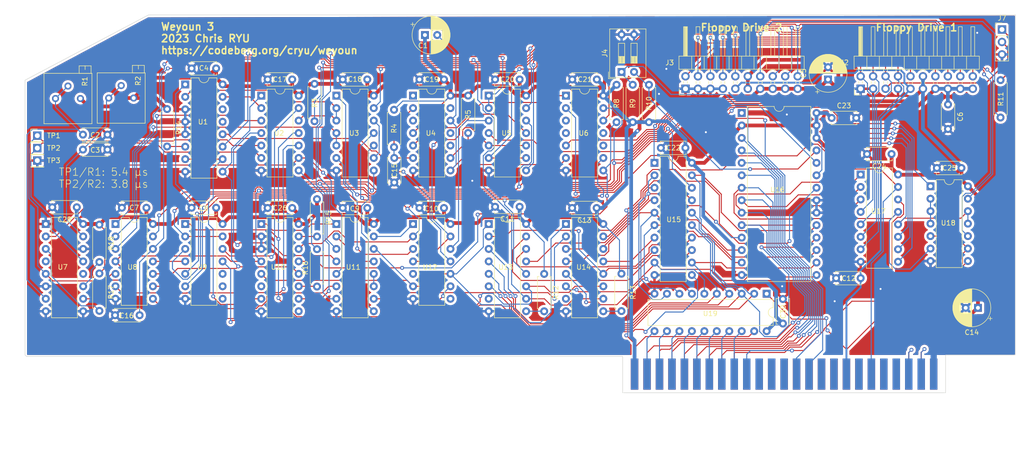
<source format=kicad_pcb>
(kicad_pcb (version 20221018) (generator pcbnew)

  (general
    (thickness 1.6)
  )

  (paper "A4")
  (title_block
    (title "Weyoun")
    (date "2023-08-25")
    (rev "3")
    (company "RyuCats")
  )

  (layers
    (0 "F.Cu" signal)
    (31 "B.Cu" signal)
    (32 "B.Adhes" user "B.Adhesive")
    (33 "F.Adhes" user "F.Adhesive")
    (34 "B.Paste" user)
    (35 "F.Paste" user)
    (36 "B.SilkS" user "B.Silkscreen")
    (37 "F.SilkS" user "F.Silkscreen")
    (38 "B.Mask" user)
    (39 "F.Mask" user)
    (40 "Dwgs.User" user "User.Drawings")
    (41 "Cmts.User" user "User.Comments")
    (42 "Eco1.User" user "User.Eco1")
    (43 "Eco2.User" user "User.Eco2")
    (44 "Edge.Cuts" user)
    (45 "Margin" user)
    (46 "B.CrtYd" user "B.Courtyard")
    (47 "F.CrtYd" user "F.Courtyard")
    (48 "B.Fab" user)
    (49 "F.Fab" user)
    (50 "User.1" user)
    (51 "User.2" user)
    (52 "User.3" user)
    (53 "User.4" user)
    (54 "User.5" user)
    (55 "User.6" user)
    (56 "User.7" user)
    (57 "User.8" user)
    (58 "User.9" user)
  )

  (setup
    (stackup
      (layer "F.SilkS" (type "Top Silk Screen"))
      (layer "F.Paste" (type "Top Solder Paste"))
      (layer "F.Mask" (type "Top Solder Mask") (thickness 0.01))
      (layer "F.Cu" (type "copper") (thickness 0.035))
      (layer "dielectric 1" (type "core") (thickness 1.51) (material "FR4") (epsilon_r 4.5) (loss_tangent 0.02))
      (layer "B.Cu" (type "copper") (thickness 0.035))
      (layer "B.Mask" (type "Bottom Solder Mask") (thickness 0.01))
      (layer "B.Paste" (type "Bottom Solder Paste"))
      (layer "B.SilkS" (type "Bottom Silk Screen"))
      (copper_finish "None")
      (dielectric_constraints no)
    )
    (pad_to_mask_clearance 0)
    (pcbplotparams
      (layerselection 0x00010fc_ffffffff)
      (plot_on_all_layers_selection 0x0000000_00000000)
      (disableapertmacros false)
      (usegerberextensions false)
      (usegerberattributes true)
      (usegerberadvancedattributes true)
      (creategerberjobfile true)
      (dashed_line_dash_ratio 12.000000)
      (dashed_line_gap_ratio 3.000000)
      (svgprecision 4)
      (plotframeref false)
      (viasonmask false)
      (mode 1)
      (useauxorigin false)
      (hpglpennumber 1)
      (hpglpenspeed 20)
      (hpglpendiameter 15.000000)
      (dxfpolygonmode true)
      (dxfimperialunits true)
      (dxfusepcbnewfont true)
      (psnegative false)
      (psa4output false)
      (plotreference true)
      (plotvalue true)
      (plotinvisibletext false)
      (sketchpadsonfab false)
      (subtractmaskfromsilk false)
      (outputformat 1)
      (mirror false)
      (drillshape 1)
      (scaleselection 1)
      (outputdirectory "")
    )
  )

  (net 0 "")
  (net 1 "+5V")
  (net 2 "GND")
  (net 3 "R{slash}~{W}")
  (net 4 "Net-(U2-Pad3)")
  (net 5 "Net-(J1-Q3)")
  (net 6 "Q3")
  (net 7 "Net-(J2-Pin_16)")
  (net 8 "A7")
  (net 9 "A6")
  (net 10 "A5")
  (net 11 "A4")
  (net 12 "A3")
  (net 13 "A2")
  (net 14 "A1")
  (net 15 "A0")
  (net 16 "~{IOSEL}")
  (net 17 "~{RESET}")
  (net 18 "-12V")
  (net 19 "-5V")
  (net 20 "7M")
  (net 21 "Net-(U13-Cp)")
  (net 22 "/Drive Control/GO")
  (net 23 "/Drive Control/DRVSEL")
  (net 24 "~{DEVSEL}")
  (net 25 "D7")
  (net 26 "D6")
  (net 27 "D5")
  (net 28 "D4")
  (net 29 "D3")
  (net 30 "D2")
  (net 31 "D1")
  (net 32 "D0")
  (net 33 "+12V")
  (net 34 "/Drive Control/ENABLE")
  (net 35 "Net-(J2-Pin_10)")
  (net 36 "Q3'")
  (net 37 "DATA_RST")
  (net 38 "SR7")
  (net 39 "RDSTB")
  (net 40 "Net-(U16-A8)")
  (net 41 "Net-(U16-A9)")
  (net 42 "unconnected-(U16-VPP-Pad1)")
  (net 43 "unconnected-(U9-Pad9)")
  (net 44 "unconnected-(U9-Pad8)")
  (net 45 "unconnected-(U9-Pad10)")
  (net 46 "unconnected-(U7B-~{Q}-Pad12)")
  (net 47 "unconnected-(U7A-~{Q}-Pad4)")
  (net 48 "unconnected-(U6-Pad4)")
  (net 49 "unconnected-(U6-Pad3)")
  (net 50 "unconnected-(U6-Pad11)")
  (net 51 "unconnected-(U6-Pad10)")
  (net 52 "unconnected-(U4B-R-Pad10)")
  (net 53 "unconnected-(U4B-DIS-Pad13)")
  (net 54 "unconnected-(U4B-CV-Pad11)")
  (net 55 "unconnected-(U4A-DIS-Pad1)")
  (net 56 "unconnected-(U4A-CV-Pad3)")
  (net 57 "unconnected-(U14-Dsl-Pad7)")
  (net 58 "unconnected-(U13-Dsl-Pad7)")
  (net 59 "unconnected-(U12B-~{Q}-Pad8)")
  (net 60 "unconnected-(U12A-Q-Pad5)")
  (net 61 "unconnected-(U10B-~{Q}-Pad9)")
  (net 62 "unconnected-(U10A-Q-Pad6)")
  (net 63 "unconnected-(U1-Q1-Pad13)")
  (net 64 "unconnected-(J1-~{RDY}-Pad21)")
  (net 65 "unconnected-(J1-~{NMI}-Pad29)")
  (net 66 "unconnected-(J1-~{IRQ}-Pad30)")
  (net 67 "unconnected-(J1-~{IOSTRB}-Pad20)")
  (net 68 "unconnected-(J1-~{INH}-Pad32)")
  (net 69 "unconnected-(J1-~{DMA}-Pad22)")
  (net 70 "unconnected-(J1-USER1{slash}SYNC{slash}M2SEL-Pad39)")
  (net 71 "unconnected-(J1-SYNC-Pad19)")
  (net 72 "unconnected-(J1-PHI1-Pad38)")
  (net 73 "unconnected-(J1-PHI0-Pad40)")
  (net 74 "unconnected-(J1-COLORREF{slash}M2B0-Pad35)")
  (net 75 "unconnected-(J1-A9-Pad11)")
  (net 76 "unconnected-(J1-A8-Pad10)")
  (net 77 "unconnected-(J1-A15-Pad17)")
  (net 78 "unconnected-(J1-A14-Pad16)")
  (net 79 "unconnected-(J1-A13-Pad15)")
  (net 80 "unconnected-(J1-A12-Pad14)")
  (net 81 "unconnected-(J1-A11-Pad13)")
  (net 82 "unconnected-(J1-A10-Pad12)")
  (net 83 "Net-(U8-Pad11)")
  (net 84 "Net-(U7B-RCext)")
  (net 85 "Net-(U7B-Clr)")
  (net 86 "Net-(U7A-RCext)")
  (net 87 "Net-(U7A-Clr)")
  (net 88 "Net-(U4B-THR)")
  (net 89 "Net-(U4A-THR)")
  (net 90 "Net-(U4A-Q)")
  (net 91 "Net-(U3-Pad4)")
  (net 92 "Net-(U3-Pad12)")
  (net 93 "Net-(U2-Pad13)")
  (net 94 "Net-(U2-Pad10)")
  (net 95 "Net-(U18-Pad2)")
  (net 96 "Net-(U15-OE)")
  (net 97 "Net-(U14-S0)")
  (net 98 "Net-(U13-S0)")
  (net 99 "Net-(U12B-Q)")
  (net 100 "Net-(U11-D4)")
  (net 101 "Net-(U11-D3)")
  (net 102 "Net-(U11-D1)")
  (net 103 "Net-(U11-Cp)")
  (net 104 "Net-(U10B-~{S})")
  (net 105 "Net-(U10B-~{R})")
  (net 106 "Net-(U10B-~{K})")
  (net 107 "Net-(U1-~{MR})")
  (net 108 "Net-(U1-D3)")
  (net 109 "Net-(U1-CEP)")
  (net 110 "Net-(J7-Pin_1)")
  (net 111 "Net-(J2-Pin_5)")
  (net 112 "Net-(J1-~{INTIN})")
  (net 113 "Net-(J1-~{DMAIN})")
  (net 114 "Net-(J1-D7)")
  (net 115 "Net-(J1-D6)")
  (net 116 "Net-(J1-D5)")
  (net 117 "Net-(J1-D4)")
  (net 118 "Net-(J1-D3)")
  (net 119 "Net-(J1-D2)")
  (net 120 "Net-(J1-D1)")
  (net 121 "Net-(J1-D0)")
  (net 122 "CLOCK_0")
  (net 123 "CLOCK_1")
  (net 124 "Q6")
  (net 125 "~{Q7}")
  (net 126 "Q7")
  (net 127 "FLOPPY_READ_DATA")
  (net 128 "/Floppy Write Logic/~{TCNT}")
  (net 129 "FLOPPY_WRITE_PROTECT")
  (net 130 "FLOPPY_PHASE_0")
  (net 131 "FLOPPY_PHASE_1")
  (net 132 "FLOPPY_PHASE_2")
  (net 133 "FLOPPY_PHASE_3")
  (net 134 "~{FLOPPY_DRIVE_ENABLE_A}")
  (net 135 "~{FLOPPY_DRIVE_ENABLE_B}")
  (net 136 "WRITE_DATA_READY")
  (net 137 "~{SENSE_WRITE_PROTECT}")
  (net 138 "READ_DATA_CLOCK")
  (net 139 "READ_SERIAL_CLOCK")
  (net 140 "READ_DATA_BUFFERED")
  (net 141 "~{FLIPFLOP_RESET}")
  (net 142 "Net-(U11-D2)")
  (net 143 "~{WRITE_CLOCKED_DATA}")
  (net 144 "WRITE_LATCHED_DATA")
  (net 145 "Net-(J2-Pin_18)")
  (net 146 "/Shift Register Logic/LATCH_D7")
  (net 147 "/Shift Register Logic/LATCH_D3")
  (net 148 "/Shift Register Logic/LATCH_D6")
  (net 149 "/Shift Register Logic/LATCH_D5")
  (net 150 "/Shift Register Logic/LATCH_D4")
  (net 151 "/Shift Register Logic/LATCH_D2")
  (net 152 "/Shift Register Logic/LATCH_D1")
  (net 153 "/Shift Register Logic/LATCH_D0")
  (net 154 "Net-(U1-Q3)")
  (net 155 "/Floppy Write Logic/~{TCNT_DATA}")
  (net 156 "Net-(U1-Q0)")

  (footprint "Package_DIP:DIP-16_W7.62mm" (layer "F.Cu") (at 93.65 103.61))

  (footprint "Capacitor_THT:CP_Radial_D7.5mm_P2.50mm" (layer "F.Cu") (at 209.15 74.15 90))

  (footprint "Capacitor_THT:C_Disc_D5.0mm_W2.5mm_P5.00mm" (layer "F.Cu") (at 57.3 88.45))

  (footprint "Connector_PinHeader_2.54mm:PinHeader_1x03_P2.54mm_Vertical" (layer "F.Cu") (at 244.6 63.975))

  (footprint "Capacitor_THT:C_Disc_D5.0mm_W2.5mm_P5.00mm" (layer "F.Cu") (at 146.3 74.15 180))

  (footprint "Package_DIP:DIP-16_W7.62mm" (layer "F.Cu") (at 108.95 103.61))

  (footprint "Capacitor_THT:C_Disc_D5.0mm_W2.5mm_P5.00mm" (layer "F.Cu") (at 115.25 100.35 180))

  (footprint "Capacitor_THT:C_Disc_D5.0mm_W2.5mm_P5.00mm" (layer "F.Cu") (at 68.85 122.2 180))

  (footprint "Capacitor_THT:C_Disc_D5.0mm_W2.5mm_P5.00mm" (layer "F.Cu") (at 215.8 114.65 180))

  (footprint "Resistor_THT:R_Axial_DIN0207_L6.3mm_D2.5mm_P7.62mm_Horizontal" (layer "F.Cu") (at 172.65 82.86 90))

  (footprint "Capacitor_THT:CP_Radial_D7.5mm_P2.50mm" (layer "F.Cu") (at 127 65.1))

  (footprint "Capacitor_THT:C_Disc_D5.0mm_W2.5mm_P5.00mm" (layer "F.Cu") (at 84.45 100.3 180))

  (footprint "Capacitor_THT:C_Disc_D5.0mm_W2.5mm_P5.00mm" (layer "F.Cu") (at 236.33 92.2 180))

  (footprint "Package_DIP:DIP-14_W7.62mm" (layer "F.Cu") (at 108.95 77.46))

  (footprint "Potentiometer_THT:Potentiometer_Bourns_3299P_Horizontal" (layer "F.Cu") (at 67.64 77.94 -90))

  (footprint "Capacitor_THT:C_Disc_D5.0mm_W2.5mm_P5.00mm" (layer "F.Cu") (at 70.24 100.3 180))

  (footprint "Capacitor_THT:C_Disc_D5.0mm_W2.5mm_P5.00mm" (layer "F.Cu") (at 162 100.35 180))

  (footprint "Resistor_THT:R_Axial_DIN0207_L6.3mm_D2.5mm_P7.62mm_Horizontal" (layer "F.Cu") (at 135.8 77.45 -90))

  (footprint "Resistor_THT:R_Axial_DIN0207_L6.3mm_D2.5mm_P7.62mm_Horizontal" (layer "F.Cu") (at 60.65 103.74 -90))

  (footprint "Capacitor_THT:C_Disc_D5.0mm_W2.5mm_P5.00mm" (layer "F.Cu") (at 199.95 123.9 90))

  (footprint "Capacitor_THT:C_Disc_D5.0mm_W2.5mm_P5.00mm" (layer "F.Cu") (at 162.03 74.15 180))

  (footprint "Capacitor_THT:C_Disc_D5.0mm_W2.5mm_P5.00mm" (layer "F.Cu") (at 130.88 100.35 180))

  (footprint "Package_DIP:DIP-14_W7.62mm" (layer "F.Cu") (at 124.58 77.46))

  (footprint "Resistor_THT:R_Axial_DIN0207_L6.3mm_D2.5mm_P7.62mm_Horizontal" (layer "F.Cu") (at 120.7 87.95 90))

  (footprint "Package_DIP:DIP-20_W7.62mm" (layer "F.Cu") (at 173.78 91.15))

  (footprint "Resistor_THT:R_Axial_DIN0207_L6.3mm_D2.5mm_P7.62mm_Horizontal" (layer "F.Cu") (at 105 98.55 -90))

  (footprint "apple2:Male_Card-Edge_50_pin__100_mil" (layer "F.Cu") (at 200.2 134.2))

  (footprint "Capacitor_THT:C_Disc_D5.0mm_W2.5mm_P5.00mm" (layer "F.Cu") (at 56.05 100.2 180))

  (footprint "Capacitor_THT:C_Disc_D5.0mm_W2.5mm_P5.00mm" (layer "F.Cu") (at 84.45 71.9 180))

  (footprint "Resistor_THT:R_Axial_DIN0207_L6.3mm_D2.5mm_P7.62mm_Horizontal" (layer "F.Cu") (at 60.65 113.69 -90))

  (footprint "Resistor_THT:R_Axial_DIN0207_L6.3mm_D2.5mm_P7.62mm_Horizontal" (layer "F.Cu")
    (tstamp 78b5b8a5-607a-4e0c-a971-f0a4c1453a47)
    (at 166.05 75.24 -90)
    (descr "Resistor, Axial_DIN0207 series, Axial, Horizontal, pin pitch=7.62mm, 0.25W = 1/4W, length*diameter=6.3*2.5mm^2, http://cdn-reichelt.de/documents/datenblatt/B400/1_4W%23YAG.pdf")
    (tags "Resistor Axial_DIN0207 series Axial Horizontal pin pitch 7.62mm 0.25W = 1/4W length 6.3mm diameter 2.5mm")
    (property "Field2" "")
    (property "Sheetfile" "floppies.kicad_sch")
    (property "Sheetname" "Floppy Connectors")
    (property "ki_description" "Resistor, small US symbol")
    (property
... [1724097 chars truncated]
</source>
